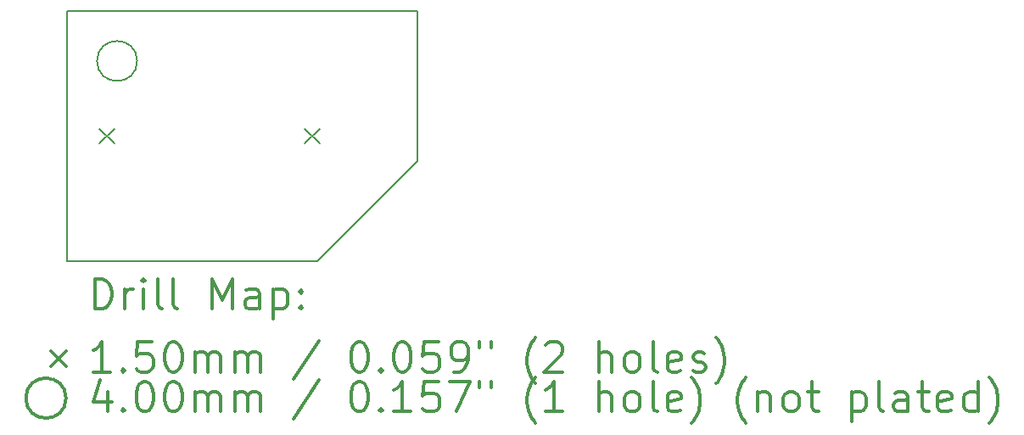
<source format=gbr>
%FSLAX45Y45*%
G04 Gerber Fmt 4.5, Leading zero omitted, Abs format (unit mm)*
G04 Created by KiCad (PCBNEW (5.1.9)-1) date 2021-07-03 23:42:33*
%MOMM*%
%LPD*%
G01*
G04 APERTURE LIST*
%TA.AperFunction,Profile*%
%ADD10C,0.200000*%
%TD*%
%ADD11C,0.200000*%
%ADD12C,0.300000*%
G04 APERTURE END LIST*
D10*
X8000000Y-9000000D02*
X8000000Y-11500000D01*
X11500000Y-10500000D02*
X10500000Y-11500000D01*
X11500000Y-9000000D02*
X11500000Y-10500000D01*
X8000000Y-11500000D02*
X10500000Y-11500000D01*
X8000000Y-9000000D02*
X11500000Y-9000000D01*
D11*
X8325000Y-10175000D02*
X8475000Y-10325000D01*
X8475000Y-10175000D02*
X8325000Y-10325000D01*
X10374000Y-10175000D02*
X10524000Y-10325000D01*
X10524000Y-10175000D02*
X10374000Y-10325000D01*
X8700000Y-9500000D02*
G75*
G03*
X8700000Y-9500000I-200000J0D01*
G01*
D12*
X8276428Y-11975714D02*
X8276428Y-11675714D01*
X8347857Y-11675714D01*
X8390714Y-11690000D01*
X8419286Y-11718571D01*
X8433571Y-11747143D01*
X8447857Y-11804286D01*
X8447857Y-11847143D01*
X8433571Y-11904286D01*
X8419286Y-11932857D01*
X8390714Y-11961429D01*
X8347857Y-11975714D01*
X8276428Y-11975714D01*
X8576428Y-11975714D02*
X8576428Y-11775714D01*
X8576428Y-11832857D02*
X8590714Y-11804286D01*
X8605000Y-11790000D01*
X8633571Y-11775714D01*
X8662143Y-11775714D01*
X8762143Y-11975714D02*
X8762143Y-11775714D01*
X8762143Y-11675714D02*
X8747857Y-11690000D01*
X8762143Y-11704286D01*
X8776428Y-11690000D01*
X8762143Y-11675714D01*
X8762143Y-11704286D01*
X8947857Y-11975714D02*
X8919286Y-11961429D01*
X8905000Y-11932857D01*
X8905000Y-11675714D01*
X9105000Y-11975714D02*
X9076428Y-11961429D01*
X9062143Y-11932857D01*
X9062143Y-11675714D01*
X9447857Y-11975714D02*
X9447857Y-11675714D01*
X9547857Y-11890000D01*
X9647857Y-11675714D01*
X9647857Y-11975714D01*
X9919286Y-11975714D02*
X9919286Y-11818571D01*
X9905000Y-11790000D01*
X9876428Y-11775714D01*
X9819286Y-11775714D01*
X9790714Y-11790000D01*
X9919286Y-11961429D02*
X9890714Y-11975714D01*
X9819286Y-11975714D01*
X9790714Y-11961429D01*
X9776428Y-11932857D01*
X9776428Y-11904286D01*
X9790714Y-11875714D01*
X9819286Y-11861429D01*
X9890714Y-11861429D01*
X9919286Y-11847143D01*
X10062143Y-11775714D02*
X10062143Y-12075714D01*
X10062143Y-11790000D02*
X10090714Y-11775714D01*
X10147857Y-11775714D01*
X10176428Y-11790000D01*
X10190714Y-11804286D01*
X10205000Y-11832857D01*
X10205000Y-11918571D01*
X10190714Y-11947143D01*
X10176428Y-11961429D01*
X10147857Y-11975714D01*
X10090714Y-11975714D01*
X10062143Y-11961429D01*
X10333571Y-11947143D02*
X10347857Y-11961429D01*
X10333571Y-11975714D01*
X10319286Y-11961429D01*
X10333571Y-11947143D01*
X10333571Y-11975714D01*
X10333571Y-11790000D02*
X10347857Y-11804286D01*
X10333571Y-11818571D01*
X10319286Y-11804286D01*
X10333571Y-11790000D01*
X10333571Y-11818571D01*
X7840000Y-12395000D02*
X7990000Y-12545000D01*
X7990000Y-12395000D02*
X7840000Y-12545000D01*
X8433571Y-12605714D02*
X8262143Y-12605714D01*
X8347857Y-12605714D02*
X8347857Y-12305714D01*
X8319286Y-12348571D01*
X8290714Y-12377143D01*
X8262143Y-12391429D01*
X8562143Y-12577143D02*
X8576428Y-12591429D01*
X8562143Y-12605714D01*
X8547857Y-12591429D01*
X8562143Y-12577143D01*
X8562143Y-12605714D01*
X8847857Y-12305714D02*
X8705000Y-12305714D01*
X8690714Y-12448571D01*
X8705000Y-12434286D01*
X8733571Y-12420000D01*
X8805000Y-12420000D01*
X8833571Y-12434286D01*
X8847857Y-12448571D01*
X8862143Y-12477143D01*
X8862143Y-12548571D01*
X8847857Y-12577143D01*
X8833571Y-12591429D01*
X8805000Y-12605714D01*
X8733571Y-12605714D01*
X8705000Y-12591429D01*
X8690714Y-12577143D01*
X9047857Y-12305714D02*
X9076428Y-12305714D01*
X9105000Y-12320000D01*
X9119286Y-12334286D01*
X9133571Y-12362857D01*
X9147857Y-12420000D01*
X9147857Y-12491429D01*
X9133571Y-12548571D01*
X9119286Y-12577143D01*
X9105000Y-12591429D01*
X9076428Y-12605714D01*
X9047857Y-12605714D01*
X9019286Y-12591429D01*
X9005000Y-12577143D01*
X8990714Y-12548571D01*
X8976428Y-12491429D01*
X8976428Y-12420000D01*
X8990714Y-12362857D01*
X9005000Y-12334286D01*
X9019286Y-12320000D01*
X9047857Y-12305714D01*
X9276428Y-12605714D02*
X9276428Y-12405714D01*
X9276428Y-12434286D02*
X9290714Y-12420000D01*
X9319286Y-12405714D01*
X9362143Y-12405714D01*
X9390714Y-12420000D01*
X9405000Y-12448571D01*
X9405000Y-12605714D01*
X9405000Y-12448571D02*
X9419286Y-12420000D01*
X9447857Y-12405714D01*
X9490714Y-12405714D01*
X9519286Y-12420000D01*
X9533571Y-12448571D01*
X9533571Y-12605714D01*
X9676428Y-12605714D02*
X9676428Y-12405714D01*
X9676428Y-12434286D02*
X9690714Y-12420000D01*
X9719286Y-12405714D01*
X9762143Y-12405714D01*
X9790714Y-12420000D01*
X9805000Y-12448571D01*
X9805000Y-12605714D01*
X9805000Y-12448571D02*
X9819286Y-12420000D01*
X9847857Y-12405714D01*
X9890714Y-12405714D01*
X9919286Y-12420000D01*
X9933571Y-12448571D01*
X9933571Y-12605714D01*
X10519286Y-12291429D02*
X10262143Y-12677143D01*
X10905000Y-12305714D02*
X10933571Y-12305714D01*
X10962143Y-12320000D01*
X10976428Y-12334286D01*
X10990714Y-12362857D01*
X11005000Y-12420000D01*
X11005000Y-12491429D01*
X10990714Y-12548571D01*
X10976428Y-12577143D01*
X10962143Y-12591429D01*
X10933571Y-12605714D01*
X10905000Y-12605714D01*
X10876428Y-12591429D01*
X10862143Y-12577143D01*
X10847857Y-12548571D01*
X10833571Y-12491429D01*
X10833571Y-12420000D01*
X10847857Y-12362857D01*
X10862143Y-12334286D01*
X10876428Y-12320000D01*
X10905000Y-12305714D01*
X11133571Y-12577143D02*
X11147857Y-12591429D01*
X11133571Y-12605714D01*
X11119286Y-12591429D01*
X11133571Y-12577143D01*
X11133571Y-12605714D01*
X11333571Y-12305714D02*
X11362143Y-12305714D01*
X11390714Y-12320000D01*
X11405000Y-12334286D01*
X11419286Y-12362857D01*
X11433571Y-12420000D01*
X11433571Y-12491429D01*
X11419286Y-12548571D01*
X11405000Y-12577143D01*
X11390714Y-12591429D01*
X11362143Y-12605714D01*
X11333571Y-12605714D01*
X11305000Y-12591429D01*
X11290714Y-12577143D01*
X11276428Y-12548571D01*
X11262143Y-12491429D01*
X11262143Y-12420000D01*
X11276428Y-12362857D01*
X11290714Y-12334286D01*
X11305000Y-12320000D01*
X11333571Y-12305714D01*
X11705000Y-12305714D02*
X11562143Y-12305714D01*
X11547857Y-12448571D01*
X11562143Y-12434286D01*
X11590714Y-12420000D01*
X11662143Y-12420000D01*
X11690714Y-12434286D01*
X11705000Y-12448571D01*
X11719286Y-12477143D01*
X11719286Y-12548571D01*
X11705000Y-12577143D01*
X11690714Y-12591429D01*
X11662143Y-12605714D01*
X11590714Y-12605714D01*
X11562143Y-12591429D01*
X11547857Y-12577143D01*
X11862143Y-12605714D02*
X11919286Y-12605714D01*
X11947857Y-12591429D01*
X11962143Y-12577143D01*
X11990714Y-12534286D01*
X12005000Y-12477143D01*
X12005000Y-12362857D01*
X11990714Y-12334286D01*
X11976428Y-12320000D01*
X11947857Y-12305714D01*
X11890714Y-12305714D01*
X11862143Y-12320000D01*
X11847857Y-12334286D01*
X11833571Y-12362857D01*
X11833571Y-12434286D01*
X11847857Y-12462857D01*
X11862143Y-12477143D01*
X11890714Y-12491429D01*
X11947857Y-12491429D01*
X11976428Y-12477143D01*
X11990714Y-12462857D01*
X12005000Y-12434286D01*
X12119286Y-12305714D02*
X12119286Y-12362857D01*
X12233571Y-12305714D02*
X12233571Y-12362857D01*
X12676428Y-12720000D02*
X12662143Y-12705714D01*
X12633571Y-12662857D01*
X12619286Y-12634286D01*
X12605000Y-12591429D01*
X12590714Y-12520000D01*
X12590714Y-12462857D01*
X12605000Y-12391429D01*
X12619286Y-12348571D01*
X12633571Y-12320000D01*
X12662143Y-12277143D01*
X12676428Y-12262857D01*
X12776428Y-12334286D02*
X12790714Y-12320000D01*
X12819286Y-12305714D01*
X12890714Y-12305714D01*
X12919286Y-12320000D01*
X12933571Y-12334286D01*
X12947857Y-12362857D01*
X12947857Y-12391429D01*
X12933571Y-12434286D01*
X12762143Y-12605714D01*
X12947857Y-12605714D01*
X13305000Y-12605714D02*
X13305000Y-12305714D01*
X13433571Y-12605714D02*
X13433571Y-12448571D01*
X13419286Y-12420000D01*
X13390714Y-12405714D01*
X13347857Y-12405714D01*
X13319286Y-12420000D01*
X13305000Y-12434286D01*
X13619286Y-12605714D02*
X13590714Y-12591429D01*
X13576428Y-12577143D01*
X13562143Y-12548571D01*
X13562143Y-12462857D01*
X13576428Y-12434286D01*
X13590714Y-12420000D01*
X13619286Y-12405714D01*
X13662143Y-12405714D01*
X13690714Y-12420000D01*
X13705000Y-12434286D01*
X13719286Y-12462857D01*
X13719286Y-12548571D01*
X13705000Y-12577143D01*
X13690714Y-12591429D01*
X13662143Y-12605714D01*
X13619286Y-12605714D01*
X13890714Y-12605714D02*
X13862143Y-12591429D01*
X13847857Y-12562857D01*
X13847857Y-12305714D01*
X14119286Y-12591429D02*
X14090714Y-12605714D01*
X14033571Y-12605714D01*
X14005000Y-12591429D01*
X13990714Y-12562857D01*
X13990714Y-12448571D01*
X14005000Y-12420000D01*
X14033571Y-12405714D01*
X14090714Y-12405714D01*
X14119286Y-12420000D01*
X14133571Y-12448571D01*
X14133571Y-12477143D01*
X13990714Y-12505714D01*
X14247857Y-12591429D02*
X14276428Y-12605714D01*
X14333571Y-12605714D01*
X14362143Y-12591429D01*
X14376428Y-12562857D01*
X14376428Y-12548571D01*
X14362143Y-12520000D01*
X14333571Y-12505714D01*
X14290714Y-12505714D01*
X14262143Y-12491429D01*
X14247857Y-12462857D01*
X14247857Y-12448571D01*
X14262143Y-12420000D01*
X14290714Y-12405714D01*
X14333571Y-12405714D01*
X14362143Y-12420000D01*
X14476428Y-12720000D02*
X14490714Y-12705714D01*
X14519286Y-12662857D01*
X14533571Y-12634286D01*
X14547857Y-12591429D01*
X14562143Y-12520000D01*
X14562143Y-12462857D01*
X14547857Y-12391429D01*
X14533571Y-12348571D01*
X14519286Y-12320000D01*
X14490714Y-12277143D01*
X14476428Y-12262857D01*
X7990000Y-12866000D02*
G75*
G03*
X7990000Y-12866000I-200000J0D01*
G01*
X8405000Y-12801714D02*
X8405000Y-13001714D01*
X8333571Y-12687429D02*
X8262143Y-12901714D01*
X8447857Y-12901714D01*
X8562143Y-12973143D02*
X8576428Y-12987429D01*
X8562143Y-13001714D01*
X8547857Y-12987429D01*
X8562143Y-12973143D01*
X8562143Y-13001714D01*
X8762143Y-12701714D02*
X8790714Y-12701714D01*
X8819286Y-12716000D01*
X8833571Y-12730286D01*
X8847857Y-12758857D01*
X8862143Y-12816000D01*
X8862143Y-12887429D01*
X8847857Y-12944571D01*
X8833571Y-12973143D01*
X8819286Y-12987429D01*
X8790714Y-13001714D01*
X8762143Y-13001714D01*
X8733571Y-12987429D01*
X8719286Y-12973143D01*
X8705000Y-12944571D01*
X8690714Y-12887429D01*
X8690714Y-12816000D01*
X8705000Y-12758857D01*
X8719286Y-12730286D01*
X8733571Y-12716000D01*
X8762143Y-12701714D01*
X9047857Y-12701714D02*
X9076428Y-12701714D01*
X9105000Y-12716000D01*
X9119286Y-12730286D01*
X9133571Y-12758857D01*
X9147857Y-12816000D01*
X9147857Y-12887429D01*
X9133571Y-12944571D01*
X9119286Y-12973143D01*
X9105000Y-12987429D01*
X9076428Y-13001714D01*
X9047857Y-13001714D01*
X9019286Y-12987429D01*
X9005000Y-12973143D01*
X8990714Y-12944571D01*
X8976428Y-12887429D01*
X8976428Y-12816000D01*
X8990714Y-12758857D01*
X9005000Y-12730286D01*
X9019286Y-12716000D01*
X9047857Y-12701714D01*
X9276428Y-13001714D02*
X9276428Y-12801714D01*
X9276428Y-12830286D02*
X9290714Y-12816000D01*
X9319286Y-12801714D01*
X9362143Y-12801714D01*
X9390714Y-12816000D01*
X9405000Y-12844571D01*
X9405000Y-13001714D01*
X9405000Y-12844571D02*
X9419286Y-12816000D01*
X9447857Y-12801714D01*
X9490714Y-12801714D01*
X9519286Y-12816000D01*
X9533571Y-12844571D01*
X9533571Y-13001714D01*
X9676428Y-13001714D02*
X9676428Y-12801714D01*
X9676428Y-12830286D02*
X9690714Y-12816000D01*
X9719286Y-12801714D01*
X9762143Y-12801714D01*
X9790714Y-12816000D01*
X9805000Y-12844571D01*
X9805000Y-13001714D01*
X9805000Y-12844571D02*
X9819286Y-12816000D01*
X9847857Y-12801714D01*
X9890714Y-12801714D01*
X9919286Y-12816000D01*
X9933571Y-12844571D01*
X9933571Y-13001714D01*
X10519286Y-12687429D02*
X10262143Y-13073143D01*
X10905000Y-12701714D02*
X10933571Y-12701714D01*
X10962143Y-12716000D01*
X10976428Y-12730286D01*
X10990714Y-12758857D01*
X11005000Y-12816000D01*
X11005000Y-12887429D01*
X10990714Y-12944571D01*
X10976428Y-12973143D01*
X10962143Y-12987429D01*
X10933571Y-13001714D01*
X10905000Y-13001714D01*
X10876428Y-12987429D01*
X10862143Y-12973143D01*
X10847857Y-12944571D01*
X10833571Y-12887429D01*
X10833571Y-12816000D01*
X10847857Y-12758857D01*
X10862143Y-12730286D01*
X10876428Y-12716000D01*
X10905000Y-12701714D01*
X11133571Y-12973143D02*
X11147857Y-12987429D01*
X11133571Y-13001714D01*
X11119286Y-12987429D01*
X11133571Y-12973143D01*
X11133571Y-13001714D01*
X11433571Y-13001714D02*
X11262143Y-13001714D01*
X11347857Y-13001714D02*
X11347857Y-12701714D01*
X11319286Y-12744571D01*
X11290714Y-12773143D01*
X11262143Y-12787429D01*
X11705000Y-12701714D02*
X11562143Y-12701714D01*
X11547857Y-12844571D01*
X11562143Y-12830286D01*
X11590714Y-12816000D01*
X11662143Y-12816000D01*
X11690714Y-12830286D01*
X11705000Y-12844571D01*
X11719286Y-12873143D01*
X11719286Y-12944571D01*
X11705000Y-12973143D01*
X11690714Y-12987429D01*
X11662143Y-13001714D01*
X11590714Y-13001714D01*
X11562143Y-12987429D01*
X11547857Y-12973143D01*
X11819286Y-12701714D02*
X12019286Y-12701714D01*
X11890714Y-13001714D01*
X12119286Y-12701714D02*
X12119286Y-12758857D01*
X12233571Y-12701714D02*
X12233571Y-12758857D01*
X12676428Y-13116000D02*
X12662143Y-13101714D01*
X12633571Y-13058857D01*
X12619286Y-13030286D01*
X12605000Y-12987429D01*
X12590714Y-12916000D01*
X12590714Y-12858857D01*
X12605000Y-12787429D01*
X12619286Y-12744571D01*
X12633571Y-12716000D01*
X12662143Y-12673143D01*
X12676428Y-12658857D01*
X12947857Y-13001714D02*
X12776428Y-13001714D01*
X12862143Y-13001714D02*
X12862143Y-12701714D01*
X12833571Y-12744571D01*
X12805000Y-12773143D01*
X12776428Y-12787429D01*
X13305000Y-13001714D02*
X13305000Y-12701714D01*
X13433571Y-13001714D02*
X13433571Y-12844571D01*
X13419286Y-12816000D01*
X13390714Y-12801714D01*
X13347857Y-12801714D01*
X13319286Y-12816000D01*
X13305000Y-12830286D01*
X13619286Y-13001714D02*
X13590714Y-12987429D01*
X13576428Y-12973143D01*
X13562143Y-12944571D01*
X13562143Y-12858857D01*
X13576428Y-12830286D01*
X13590714Y-12816000D01*
X13619286Y-12801714D01*
X13662143Y-12801714D01*
X13690714Y-12816000D01*
X13705000Y-12830286D01*
X13719286Y-12858857D01*
X13719286Y-12944571D01*
X13705000Y-12973143D01*
X13690714Y-12987429D01*
X13662143Y-13001714D01*
X13619286Y-13001714D01*
X13890714Y-13001714D02*
X13862143Y-12987429D01*
X13847857Y-12958857D01*
X13847857Y-12701714D01*
X14119286Y-12987429D02*
X14090714Y-13001714D01*
X14033571Y-13001714D01*
X14005000Y-12987429D01*
X13990714Y-12958857D01*
X13990714Y-12844571D01*
X14005000Y-12816000D01*
X14033571Y-12801714D01*
X14090714Y-12801714D01*
X14119286Y-12816000D01*
X14133571Y-12844571D01*
X14133571Y-12873143D01*
X13990714Y-12901714D01*
X14233571Y-13116000D02*
X14247857Y-13101714D01*
X14276428Y-13058857D01*
X14290714Y-13030286D01*
X14305000Y-12987429D01*
X14319286Y-12916000D01*
X14319286Y-12858857D01*
X14305000Y-12787429D01*
X14290714Y-12744571D01*
X14276428Y-12716000D01*
X14247857Y-12673143D01*
X14233571Y-12658857D01*
X14776428Y-13116000D02*
X14762143Y-13101714D01*
X14733571Y-13058857D01*
X14719286Y-13030286D01*
X14705000Y-12987429D01*
X14690714Y-12916000D01*
X14690714Y-12858857D01*
X14705000Y-12787429D01*
X14719286Y-12744571D01*
X14733571Y-12716000D01*
X14762143Y-12673143D01*
X14776428Y-12658857D01*
X14890714Y-12801714D02*
X14890714Y-13001714D01*
X14890714Y-12830286D02*
X14905000Y-12816000D01*
X14933571Y-12801714D01*
X14976428Y-12801714D01*
X15005000Y-12816000D01*
X15019286Y-12844571D01*
X15019286Y-13001714D01*
X15205000Y-13001714D02*
X15176428Y-12987429D01*
X15162143Y-12973143D01*
X15147857Y-12944571D01*
X15147857Y-12858857D01*
X15162143Y-12830286D01*
X15176428Y-12816000D01*
X15205000Y-12801714D01*
X15247857Y-12801714D01*
X15276428Y-12816000D01*
X15290714Y-12830286D01*
X15305000Y-12858857D01*
X15305000Y-12944571D01*
X15290714Y-12973143D01*
X15276428Y-12987429D01*
X15247857Y-13001714D01*
X15205000Y-13001714D01*
X15390714Y-12801714D02*
X15505000Y-12801714D01*
X15433571Y-12701714D02*
X15433571Y-12958857D01*
X15447857Y-12987429D01*
X15476428Y-13001714D01*
X15505000Y-13001714D01*
X15833571Y-12801714D02*
X15833571Y-13101714D01*
X15833571Y-12816000D02*
X15862143Y-12801714D01*
X15919286Y-12801714D01*
X15947857Y-12816000D01*
X15962143Y-12830286D01*
X15976428Y-12858857D01*
X15976428Y-12944571D01*
X15962143Y-12973143D01*
X15947857Y-12987429D01*
X15919286Y-13001714D01*
X15862143Y-13001714D01*
X15833571Y-12987429D01*
X16147857Y-13001714D02*
X16119286Y-12987429D01*
X16105000Y-12958857D01*
X16105000Y-12701714D01*
X16390714Y-13001714D02*
X16390714Y-12844571D01*
X16376428Y-12816000D01*
X16347857Y-12801714D01*
X16290714Y-12801714D01*
X16262143Y-12816000D01*
X16390714Y-12987429D02*
X16362143Y-13001714D01*
X16290714Y-13001714D01*
X16262143Y-12987429D01*
X16247857Y-12958857D01*
X16247857Y-12930286D01*
X16262143Y-12901714D01*
X16290714Y-12887429D01*
X16362143Y-12887429D01*
X16390714Y-12873143D01*
X16490714Y-12801714D02*
X16605000Y-12801714D01*
X16533571Y-12701714D02*
X16533571Y-12958857D01*
X16547857Y-12987429D01*
X16576428Y-13001714D01*
X16605000Y-13001714D01*
X16819286Y-12987429D02*
X16790714Y-13001714D01*
X16733571Y-13001714D01*
X16705000Y-12987429D01*
X16690714Y-12958857D01*
X16690714Y-12844571D01*
X16705000Y-12816000D01*
X16733571Y-12801714D01*
X16790714Y-12801714D01*
X16819286Y-12816000D01*
X16833571Y-12844571D01*
X16833571Y-12873143D01*
X16690714Y-12901714D01*
X17090714Y-13001714D02*
X17090714Y-12701714D01*
X17090714Y-12987429D02*
X17062143Y-13001714D01*
X17005000Y-13001714D01*
X16976428Y-12987429D01*
X16962143Y-12973143D01*
X16947857Y-12944571D01*
X16947857Y-12858857D01*
X16962143Y-12830286D01*
X16976428Y-12816000D01*
X17005000Y-12801714D01*
X17062143Y-12801714D01*
X17090714Y-12816000D01*
X17205000Y-13116000D02*
X17219286Y-13101714D01*
X17247857Y-13058857D01*
X17262143Y-13030286D01*
X17276428Y-12987429D01*
X17290714Y-12916000D01*
X17290714Y-12858857D01*
X17276428Y-12787429D01*
X17262143Y-12744571D01*
X17247857Y-12716000D01*
X17219286Y-12673143D01*
X17205000Y-12658857D01*
M02*

</source>
